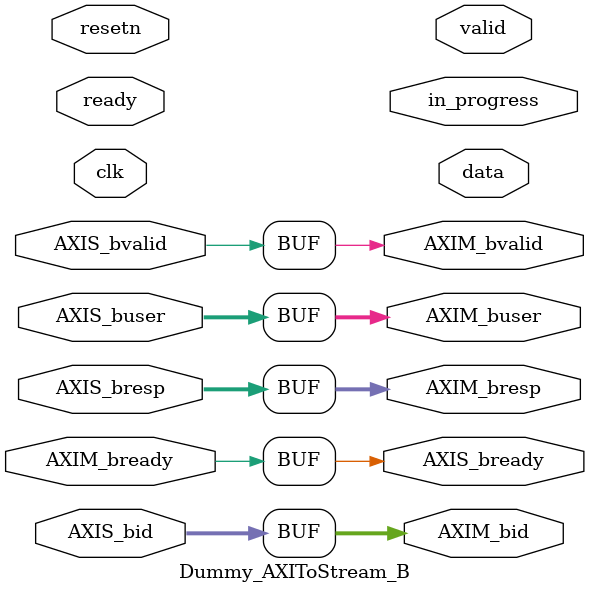
<source format=sv>
`timescale 1ns / 1ps

module Dummy_AXIToStream_B # (
    parameter DATA_WIDTH = 128,
    parameter ADDR_WIDTH = 64,
    parameter ID_WIDTH = 32,
    parameter BURST_LEN = 8,
    parameter LOCK_WIDTH = 2,
    parameter USER_WIDTH = 64,
    parameter STREAM_TYPE = 3'b0,
    parameter STREAM_TYPE_WIDTH = 3
) (
    input  wire                  clk,
    //negative edge synchronous reset, active low, synchronous to the clk
    input  wire                  resetn,
    // when this ready is high we can start the transaction, otherwise we have to wait
    input  wire                  ready,
    //module output pins
    // high when this submodule has valid data to be streamed
    output wire                  valid,
    // high when this submodule is streaming data (to block the other submodules from streaming data at the same time)
    output wire                  in_progress,
    // the data to be streamed
    output wire [DATA_WIDTH-1:0] data,
    // AXI master (output wire) Interface, will forward the AXIS transaction to destination
    output wire [    ID_WIDTH-1:0] AXIM_bid,
    output wire [             1:0] AXIM_bresp,
    output wire [  USER_WIDTH-1:0] AXIM_buser,
    output wire                    AXIM_bvalid,
    input  wire                    AXIM_bready,
    // AXI Slave (input wire) interface
    input  wire [    ID_WIDTH-1:0] AXIS_bid,
    input  wire [             1:0] AXIS_bresp,
    input  wire [  USER_WIDTH-1:0] AXIS_buser,
    input  wire                    AXIS_bvalid,
    output wire                    AXIS_bready
);


assign AXIM_bid = AXIS_bid;
assign AXIM_bresp = AXIS_bresp;
assign AXIM_buser = AXIS_buser;
assign AXIM_bvalid = AXIS_bvalid;
assign AXIM_bready = AXIS_bready;

endmodule
</source>
